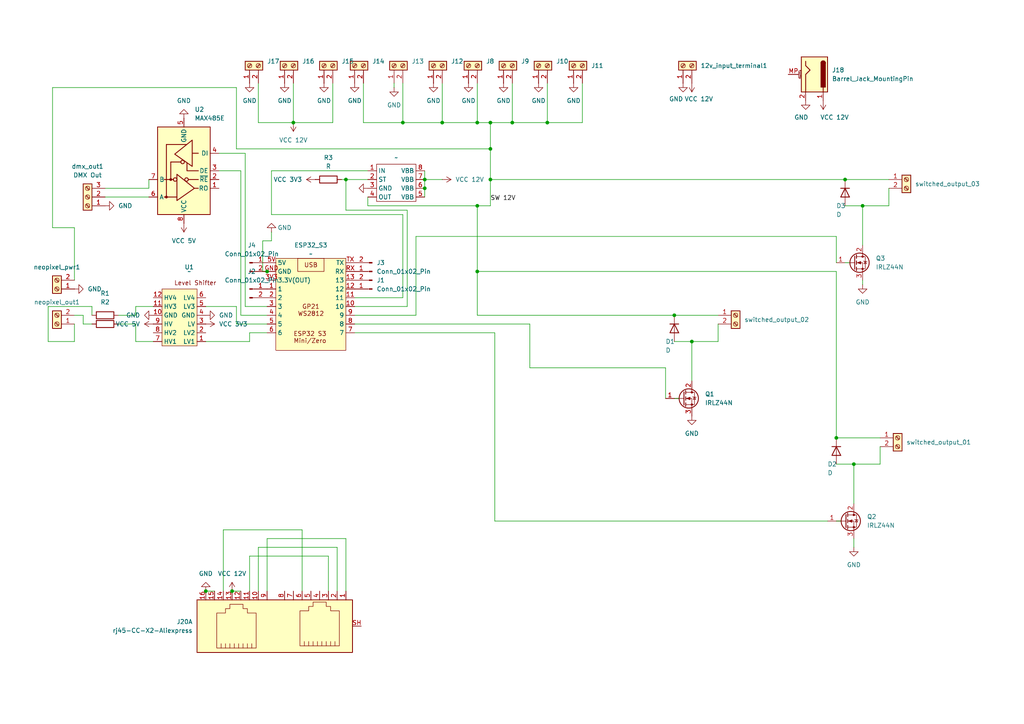
<source format=kicad_sch>
(kicad_sch (version 20250114) (generator "eeschema") (generator_version "9.0")
  (paper "A4")
  (lib_symbols
    (symbol "Connector:Barrel_Jack_MountingPin" (pin_names (hide yes))
      (property "Reference" "J" (at 0 5.334 0))
      (property "Value" "Barrel_Jack_MountingPin" (at 1.27 -6.35 0))
      (symbol "Barrel_Jack_MountingPin_0_1"
        (rectangle (start -5.08 3.81) (end 5.08 -3.81) (stroke (width 0.254)) (fill (type background)))
        (polyline (pts (xy -3.81 -2.54) (xy -2.54 -2.54) (xy -1.27 -1.27) (xy 0 -2.54) (xy 2.54 -2.54) (xy 5.08 -2.54)) (stroke (width 0.254)))
        (arc (start -3.302 1.905) (mid -3.9343 2.54) (end -3.302 3.175) (stroke (width 0.254)))
        (arc (start -3.302 1.905) (mid -3.9343 2.54) (end -3.302 3.175) (stroke (width 0.254)) (fill (type outline)))
        (rectangle (start 3.683 3.175) (end -3.302 1.905) (stroke (width 0.254)) (fill (type outline)))
        (polyline (pts (xy 5.08 2.54) (xy 3.81 2.54)) (stroke (width 0.254)))
      )
      (symbol "Barrel_Jack_MountingPin_1_1"
        (polyline (pts (xy -1.016 -4.572) (xy 1.016 -4.572)) (stroke (width 0.1524)))
        (text "Mounting" (at 0 -4.191 0) (effects (font (size 0.381 0.381))))
        (pin passive line (at 0 -7.62 90) (length 3.048) (name "MountPin") (number "MP"))
        (pin passive line (at 7.62 2.54 180) (length 2.54) (name "~") (number "1"))
        (pin passive line (at 7.62 -2.54 180) (length 2.54) (name "~") (number "2"))
      )
    )
    (symbol "Connector:Conn_01x02_Pin" (pin_names (offset 1.016) (hide yes))
      (property "Reference" "J" (at 0 2.54 0))
      (property "Value" "Conn_01x02_Pin" (at 0 -5.08 0))
      (symbol "Conn_01x02_Pin_1_1"
        (rectangle (start 0.8636 0.127) (end 0 -0.127) (stroke (width 0.1524)) (fill (type outline)))
        (rectangle (start 0.8636 -2.413) (end 0 -2.667) (stroke (width 0.1524)) (fill (type outline)))
        (polyline (pts (xy 1.27 0) (xy 0.8636 0)) (stroke (width 0.1524)))
        (polyline (pts (xy 1.27 -2.54) (xy 0.8636 -2.54)) (stroke (width 0.1524)))
        (pin passive line (at 5.08 0 180) (length 3.81) (name "Pin_1") (number "1"))
        (pin passive line (at 5.08 -2.54 180) (length 3.81) (name "Pin_2") (number "2"))
      )
    )
    (symbol "Connector:Screw_Terminal_01x02" (pin_names (offset 1.016) (hide yes))
      (property "Reference" "J" (at 0 2.54 0))
      (property "Value" "Screw_Terminal_01x02" (at 0 -5.08 0))
      (symbol "Screw_Terminal_01x02_1_1"
        (rectangle (start -1.27 1.27) (end 1.27 -3.81) (stroke (width 0.254)) (fill (type background)))
        (polyline (pts (xy -0.5334 0.3302) (xy 0.3302 -0.508)) (stroke (width 0.1524)))
        (polyline (pts (xy -0.5334 -2.2098) (xy 0.3302 -3.048)) (stroke (width 0.1524)))
        (polyline (pts (xy -0.3556 0.508) (xy 0.508 -0.3302)) (stroke (width 0.1524)))
        (polyline (pts (xy -0.3556 -2.032) (xy 0.508 -2.8702)) (stroke (width 0.1524)))
        (circle (center 0 0) (radius 0.635) (stroke (width 0.1524)))
        (circle (center 0 -2.54) (radius 0.635) (stroke (width 0.1524)))
        (pin passive line (at -5.08 0 0) (length 3.81) (name "Pin_1") (number "1"))
        (pin passive line (at -5.08 -2.54 0) (length 3.81) (name "Pin_2") (number "2"))
      )
    )
    (symbol "Connector:Screw_Terminal_01x03" (pin_names (offset 1.016) (hide yes))
      (property "Reference" "J" (at 0 5.08 0))
      (property "Value" "Screw_Terminal_01x03" (at 0 -5.08 0))
      (symbol "Screw_Terminal_01x03_1_1"
        (rectangle (start -1.27 3.81) (end 1.27 -3.81) (stroke (width 0.254)) (fill (type background)))
        (polyline (pts (xy -0.5334 2.8702) (xy 0.3302 2.032)) (stroke (width 0.1524)))
        (polyline (pts (xy -0.5334 0.3302) (xy 0.3302 -0.508)) (stroke (width 0.1524)))
        (polyline (pts (xy -0.5334 -2.2098) (xy 0.3302 -3.048)) (stroke (width 0.1524)))
        (polyline (pts (xy -0.3556 3.048) (xy 0.508 2.2098)) (stroke (width 0.1524)))
        (polyline (pts (xy -0.3556 0.508) (xy 0.508 -0.3302)) (stroke (width 0.1524)))
        (polyline (pts (xy -0.3556 -2.032) (xy 0.508 -2.8702)) (stroke (width 0.1524)))
        (circle (center 0 2.54) (radius 0.635) (stroke (width 0.1524)))
        (circle (center 0 0) (radius 0.635) (stroke (width 0.1524)))
        (circle (center 0 -2.54) (radius 0.635) (stroke (width 0.1524)))
        (pin passive line (at -5.08 2.54 0) (length 3.81) (name "Pin_1") (number "1"))
        (pin passive line (at -5.08 0 0) (length 3.81) (name "Pin_2") (number "2"))
        (pin passive line (at -5.08 -2.54 0) (length 3.81) (name "Pin_3") (number "3"))
      )
    )
    (symbol "Device:D" (pin_numbers (hide yes)) (pin_names (offset 1.016) (hide yes))
      (property "Reference" "D" (at 0 2.54 0))
      (property "Value" "D" (at 0 -2.54 0))
      (symbol "D_0_1"
        (polyline (pts (xy -1.27 1.27) (xy -1.27 -1.27)) (stroke (width 0.254)))
        (polyline (pts (xy 1.27 1.27) (xy 1.27 -1.27) (xy -1.27 0) (xy 1.27 1.27)) (stroke (width 0.254)))
        (polyline (pts (xy 1.27 0) (xy -1.27 0)))
      )
      (symbol "D_1_1"
        (pin passive line (at -3.81 0 0) (length 2.54) (name "K") (number "1"))
        (pin passive line (at 3.81 0 180) (length 2.54) (name "A") (number "2"))
      )
    )
    (symbol "Device:R" (pin_numbers (hide yes)) (pin_names (offset 0))
      (property "Reference" "R" (at 2.032 0 90))
      (property "Value" "R" (at 0 0 90))
      (symbol "R_0_1"
        (rectangle (start -1.016 -2.54) (end 1.016 2.54) (stroke (width 0.254)))
      )
      (symbol "R_1_1"
        (pin passive line (at 0 3.81 270) (length 1.27) (name "~") (number "1"))
        (pin passive line (at 0 -3.81 90) (length 1.27) (name "~") (number "2"))
      )
    )
    (symbol "Interface_UART:MAX485E"
      (property "Reference" "U" (at -6.985 13.97 0))
      (property "Value" "MAX485E" (at 1.905 13.97 0))
      (symbol "MAX485E_0_1"
        (rectangle (start -7.62 12.7) (end 7.62 -12.7) (stroke (width 0.254)) (fill (type background)))
        (polyline (pts (xy -4.191 2.54) (xy -1.27 2.54)) (stroke (width 0.254)))
        (polyline (pts (xy -4.191 0) (xy -0.889 0) (xy -0.889 -2.286)) (stroke (width 0.254)))
        (polyline (pts (xy -3.175 5.08) (xy -4.191 5.08) (xy -4.064 5.08)) (stroke (width 0.254)))
        (polyline (pts (xy -2.54 -5.08) (xy -4.191 -5.08)) (stroke (width 0.254)))
        (polyline (pts (xy -2.413 -5.08) (xy -2.413 -1.27) (xy 2.667 -4.826) (xy -2.413 -8.89) (xy -2.413 -5.08)) (stroke (width 0.254)))
        (polyline (pts (xy -0.635 -7.62) (xy 5.08 -7.62)) (stroke (width 0.254)))
        (circle (center 0.381 -2.54) (radius 0.508) (stroke (width 0.254)))
        (polyline (pts (xy 0.889 -2.54) (xy 3.81 -2.54)) (stroke (width 0.254)))
        (polyline (pts (xy 2.032 7.62) (xy 5.715 7.62)) (stroke (width 0.254)))
        (polyline (pts (xy 3.048 2.54) (xy 5.715 2.54)) (stroke (width 0.254)))
        (circle (center 3.81 2.54) (radius 0.2794) (stroke (width 0.254)) (fill (type outline)))
        (polyline (pts (xy 3.81 -2.54) (xy 3.81 2.54)) (stroke (width 0.254)))
        (polyline (pts (xy 5.08 -7.62) (xy 5.08 7.62)) (stroke (width 0.254)))
      )
      (symbol "MAX485E_1_1"
        (circle (center -0.762 2.54) (radius 0.508) (stroke (width 0.254)))
        (polyline (pts (xy 2.032 4.826) (xy 2.032 8.636) (xy -3.048 5.08) (xy 2.032 1.016) (xy 2.032 4.826)) (stroke (width 0.254)))
        (circle (center 2.54 2.54) (radius 0.508) (stroke (width 0.254)))
        (circle (center 5.08 7.62) (radius 0.2794) (stroke (width 0.254)) (fill (type outline)))
        (pin output line (at -10.16 5.08 0) (length 2.54) (name "RO") (number "1"))
        (pin input line (at -10.16 2.54 0) (length 2.54) (name "~{RE}") (number "2"))
        (pin input line (at -10.16 0 0) (length 2.54) (name "DE") (number "3"))
        (pin input line (at -10.16 -5.08 0) (length 2.54) (name "DI") (number "4"))
        (pin power_in line (at 0 15.24 270) (length 2.54) (name "VCC") (number "8"))
        (pin power_in line (at 0 -15.24 90) (length 2.54) (name "GND") (number "5"))
        (pin bidirectional line (at 10.16 7.62 180) (length 2.54) (name "A") (number "6"))
        (pin bidirectional line (at 10.16 2.54 180) (length 2.54) (name "B") (number "7"))
      )
    )
    (symbol "Transistor_FET:IRLZ44N" (pin_names (hide yes))
      (property "Reference" "Q" (at 5.08 1.905 0))
      (property "Value" "IRLZ44N" (at 5.08 0 0))
      (symbol "IRLZ44N_0_1"
        (polyline (pts (xy 0.254 1.905) (xy 0.254 -1.905)) (stroke (width 0.254)))
        (polyline (pts (xy 0.254 0) (xy -2.54 0)))
        (polyline (pts (xy 0.762 2.286) (xy 0.762 1.27)) (stroke (width 0.254)))
        (polyline (pts (xy 0.762 0.508) (xy 0.762 -0.508)) (stroke (width 0.254)))
        (polyline (pts (xy 0.762 -1.27) (xy 0.762 -2.286)) (stroke (width 0.254)))
        (polyline (pts (xy 0.762 -1.778) (xy 3.302 -1.778) (xy 3.302 1.778) (xy 0.762 1.778)))
        (polyline (pts (xy 1.016 0) (xy 2.032 0.381) (xy 2.032 -0.381) (xy 1.016 0)) (fill (type outline)))
        (circle (center 1.651 0) (radius 2.794) (stroke (width 0.254)))
        (polyline (pts (xy 2.54 2.54) (xy 2.54 1.778)))
        (circle (center 2.54 1.778) (radius 0.254) (fill (type outline)))
        (circle (center 2.54 -1.778) (radius 0.254) (fill (type outline)))
        (polyline (pts (xy 2.54 -2.54) (xy 2.54 0) (xy 0.762 0)))
        (polyline (pts (xy 2.794 0.508) (xy 2.921 0.381) (xy 3.683 0.381) (xy 3.81 0.254)))
        (polyline (pts (xy 3.302 0.381) (xy 2.921 -0.254) (xy 3.683 -0.254) (xy 3.302 0.381)))
      )
      (symbol "IRLZ44N_1_1"
        (pin input line (at -5.08 0 0) (length 2.54) (name "G") (number "1"))
        (pin passive line (at 2.54 5.08 270) (length 2.54) (name "D") (number "2"))
        (pin passive line (at 2.54 -5.08 90) (length 2.54) (name "S") (number "3"))
      )
    )
    (symbol "eigene:BV1HD090FJ-C"
      (symbol "BV1HD090FJ-C_0_1"
        (rectangle (start -7.62 3.175) (end 3.81 -7.62))
      )
      (symbol "BV1HD090FJ-C_1_1"
        (pin input line (at -10.16 1.27 0) (length 2.54) (name "IN") (number "1"))
        (pin output line (at -10.16 -1.27 0) (length 2.54) (name "ST") (number "2"))
        (pin input line (at -10.16 -3.81 0) (length 2.54) (name "GND") (number "3"))
        (pin power_out line (at -10.16 -6.35 0) (length 2.54) (name "OUT") (number "4"))
        (pin power_in line (at 6.35 1.27 180) (length 2.54) (name "VBB") (number "8"))
        (pin power_in line (at 6.35 -1.27 180) (length 2.54) (name "VBB") (number "7"))
        (pin power_in line (at 6.35 -3.81 180) (length 2.54) (name "VBB") (number "6"))
        (pin power_in line (at 6.35 -6.35 180) (length 2.54) (name "VBB") (number "5"))
      )
    )
    (symbol "eigene:Waveshare_ESP32_S3_Mini_Zero"
      (property "Reference" "ESP32_S3" (at 0 26.67 0))
      (property "Value" "~" (at 0 24.13 0))
      (symbol "Waveshare_ESP32_S3_Mini_Zero_1_1"
        (rectangle (start -10.16 22.86) (end 10.16 -3.81) (fill (type background)))
        (text "ESP32 S3\nMini/Zero" (at -0.254 0 0) (effects (font (size 1.27 1.27))))
        (text "GP21\nWS2812" (at 0 7.874 0) (effects (font (size 1.27 1.27))))
        (text_box "USB" (at -3.81 22.86 0) (size 7.62 -3.81) (margins 1.016 1.016 1.016 1.016) (effects (font (size 1.27 1.27))))
        (pin power_out line (at -12.7 21.59 0) (length 2.54) (name "5V") (number "5V"))
        (pin power_in line (at -12.7 19.05 0) (length 2.54) (name "GND") (number "GND"))
        (pin power_out line (at -12.7 16.51 0) (length 2.54) (name "3.3V(OUT)") (number "3V3"))
        (pin bidirectional line (at -12.7 13.97 0) (length 2.54) (name "1") (number "1"))
        (pin bidirectional line (at -12.7 11.43 0) (length 2.54) (name "2") (number "2"))
        (pin bidirectional line (at -12.7 8.89 0) (length 2.54) (name "3") (number "3"))
        (pin bidirectional line (at -12.7 6.35 0) (length 2.54) (name "4") (number "4"))
        (pin bidirectional line (at -12.7 3.81 0) (length 2.54) (name "5") (number "5"))
        (pin bidirectional line (at -12.7 1.27 0) (length 2.54) (name "6") (number "6"))
        (pin output line (at 12.7 21.59 180) (length 2.54) (name "TX") (number "TX"))
        (pin input line (at 12.7 19.05 180) (length 2.54) (name "RX") (number "RX"))
        (pin bidirectional line (at 12.7 16.51 180) (length 2.54) (name "13") (number "13"))
        (pin bidirectional line (at 12.7 13.97 180) (length 2.54) (name "12") (number "12"))
        (pin bidirectional line (at 12.7 11.43 180) (length 2.54) (name "11") (number "11"))
        (pin bidirectional line (at 12.7 8.89 180) (length 2.54) (name "10") (number "10"))
        (pin bidirectional line (at 12.7 6.35 180) (length 2.54) (name "9") (number "9"))
        (pin bidirectional line (at 12.7 3.81 180) (length 2.54) (name "8") (number "8"))
        (pin bidirectional line (at 12.7 1.27 180) (length 2.54) (name "7") (number "7"))
      )
    )
    (symbol "eigene:levelshifter_2channel"
      (property "Reference" "U" (at 0 0 0))
      (symbol "levelshifter_2channel_1_1"
        (rectangle (start -6.35 6.35) (end 3.81 -10.16) (fill (type background)))
        (text "Level Shifter" (at 3.302 8.128 0) (effects (font (size 1.27 1.27))))
        (pin bidirectional line (at -8.89 3.81 0) (length 2.54) (name "HV4") (number "12"))
        (pin bidirectional line (at -8.89 1.27 0) (length 2.54) (name "HV3") (number "11"))
        (pin power_in line (at -8.89 -1.27 0) (length 2.54) (name "GND") (number "10"))
        (pin power_in line (at -8.89 -3.81 0) (length 2.54) (name "HV") (number "9"))
        (pin bidirectional line (at -8.89 -6.35 0) (length 2.54) (name "HV2") (number "8"))
        (pin bidirectional line (at -8.89 -8.89 0) (length 2.54) (name "HV1") (number "7"))
        (pin bidirectional line (at 6.35 3.81 180) (length 2.54) (name "LV4") (number "6"))
        (pin bidirectional line (at 6.35 1.27 180) (length 2.54) (name "LV3") (number "5"))
        (pin power_in line (at 6.35 -1.27 180) (length 2.54) (name "GND") (number "4"))
        (pin power_in line (at 6.35 -3.81 180) (length 2.54) (name "LV") (number "3"))
        (pin bidirectional line (at 6.35 -6.35 180) (length 2.54) (name "LV2") (number "2"))
        (pin bidirectional line (at 6.35 -8.89 180) (length 2.54) (name "LV1") (number "1"))
      )
    )
    (symbol "eigene:rj45-CC-X2-Aliexpress"
      (property "Reference" "J" (at -5.08 13.97 0))
      (property "Value" "rj45-CC-X2-Aliexpress" (at 1.27 13.97 0))
      (symbol "rj45-CC-X2-Aliexpress_0_1"
        (rectangle (start -7.62 12.7) (end 7.62 -32.385) (stroke (width 0.254)) (fill (type background)))
        (polyline (pts (xy -6.35 1.905) (xy -5.08 1.905) (xy -5.08 1.905)))
        (polyline (pts (xy -6.35 0.635) (xy -5.08 0.635) (xy -5.08 0.635)))
        (polyline (pts (xy -6.35 -0.635) (xy -5.08 -0.635) (xy -5.08 -0.635)))
        (polyline (pts (xy -6.35 -1.905) (xy -5.08 -1.905) (xy -5.08 -1.905)))
        (polyline (pts (xy -6.35 -3.175) (xy -5.08 -3.175) (xy -5.08 -3.175)))
        (polyline (pts (xy -6.35 -4.445) (xy -6.35 6.985) (xy 3.81 6.985) (xy 3.81 4.445) (xy 5.08 4.445) (xy 5.08 3.175) (xy 6.35 3.175) (xy 6.35 -0.635) (xy 5.08 -0.635) (xy 5.08 -1.905) (xy 3.81 -1.905) (xy 3.81 -4.445) (xy -6.35 -4.445) (xy -6.35 -4.445)))
        (polyline (pts (xy -5.715 -22.225) (xy -4.445 -22.225) (xy -4.445 -22.225)))
        (polyline (pts (xy -5.715 -23.495) (xy -4.445 -23.495) (xy -4.445 -23.495)))
        (polyline (pts (xy -5.715 -24.765) (xy -4.445 -24.765) (xy -4.445 -24.765)))
        (polyline (pts (xy -5.715 -26.035) (xy -4.445 -26.035) (xy -4.445 -26.035)))
        (polyline (pts (xy -5.715 -27.305) (xy -4.445 -27.305) (xy -4.445 -27.305)))
        (polyline (pts (xy -5.715 -28.575) (xy -5.715 -17.145) (xy 4.445 -17.145) (xy 4.445 -19.685) (xy 5.715 -19.685) (xy 5.715 -20.955) (xy 6.985 -20.955) (xy 6.985 -24.765) (xy 5.715 -24.765) (xy 5.715 -26.035) (xy 4.445 -26.035) (xy 4.445 -28.575) (xy -5.715 -28.575) (xy -5.715 -28.575)))
        (polyline (pts (xy -5.08 5.715) (xy -6.35 5.715)))
        (polyline (pts (xy -5.08 4.445) (xy -6.35 4.445)))
        (polyline (pts (xy -5.08 3.175) (xy -6.35 3.175) (xy -6.35 3.175)))
        (polyline (pts (xy -4.445 -18.415) (xy -5.715 -18.415)))
        (polyline (pts (xy -4.445 -19.685) (xy -5.715 -19.685)))
        (polyline (pts (xy -4.445 -20.955) (xy -5.715 -20.955) (xy -5.715 -20.955)))
      )
      (symbol "rj45-CC-X2-Aliexpress_1_1"
        (pin passive line (at 0 -34.925 90) (length 2.54) (name "~") (number "SH"))
        (pin passive line (at 10.16 10.16 180) (length 2.54) (name "~") (number "16"))
        (pin passive line (at 10.16 7.62 180) (length 2.54) (name "~") (number "15"))
        (pin passive line (at 10.16 5.08 180) (length 2.54) (name "~") (number "14"))
        (pin passive line (at 10.16 2.54 180) (length 2.54) (name "~") (number "13"))
        (pin passive line (at 10.16 0 180) (length 2.54) (name "~") (number "12"))
        (pin passive line (at 10.16 -2.54 180) (length 2.54) (name "~") (number "11"))
        (pin passive line (at 10.16 -5.08 180) (length 2.54) (name "~") (number "10"))
        (pin passive line (at 10.16 -7.62 180) (length 2.54) (name "~") (number "9"))
        (pin passive line (at 10.16 -12.7 180) (length 2.54) (name "~") (number "8"))
        (pin passive line (at 10.16 -15.24 180) (length 2.54) (name "~") (number "7"))
        (pin passive line (at 10.16 -17.78 180) (length 2.54) (name "~") (number "6"))
        (pin passive line (at 10.16 -20.32 180) (length 2.54) (name "~") (number "5"))
        (pin passive line (at 10.16 -22.86 180) (length 2.54) (name "~") (number "4"))
        (pin passive line (at 10.16 -25.4 180) (length 2.54) (name "~") (number "3"))
        (pin passive line (at 10.16 -27.94 180) (length 2.54) (name "~") (number "2"))
        (pin passive line (at 10.16 -30.48 180) (length 2.54) (name "~") (number "1"))
      )
      (symbol "rj45-CC-X2-Aliexpress_2_1"
        (pin passive line (at 0 -34.925 90) (length 2.54) (name "~") (number "SH"))
        (pin passive line (at 10.16 10.16 180) (length 2.54) (name "~") (number "20"))
        (pin passive line (at 10.16 7.62 180) (length 2.54) (name "~") (number "19"))
        (pin passive line (at 10.16 5.08 180) (length 2.54) (name "~") (number "18"))
        (pin passive line (at 10.16 2.54 180) (length 2.54) (name "~") (number "17"))
        (pin passive line (at 10.16 0 180) (length 2.54) (name "~") (number "16"))
        (pin passive line (at 10.16 -2.54 180) (length 2.54) (name "~") (number "15"))
        (pin passive line (at 10.16 -5.08 180) (length 2.54) (name "~") (number "14"))
        (pin passive line (at 10.16 -7.62 180) (length 2.54) (name "~") (number "13"))
      )
    )
    (symbol "power:GND" (power) (pin_numbers (hide yes)) (pin_names (offset 0) (hide yes))
      (property "Value" "GND" (at 0 -3.81 0))
      (symbol "GND_0_1"
        (polyline (pts (xy 0 0) (xy 0 -1.27) (xy 1.27 -1.27) (xy 0 -2.54) (xy -1.27 -1.27) (xy 0 -1.27)))
      )
      (symbol "GND_1_1"
        (pin power_in line (at 0 0 270) (length 0) (name "~") (number "1"))
      )
    )
    (symbol "power:VCC" (power) (pin_numbers (hide yes)) (pin_names (offset 0) (hide yes))
      (property "Value" "VCC" (at 0 3.556 0))
      (symbol "VCC_0_1"
        (polyline (pts (xy -0.762 1.27) (xy 0 2.54)))
        (polyline (pts (xy 0 2.54) (xy 0.762 1.27)))
        (polyline (pts (xy 0 0) (xy 0 2.54)))
      )
      (symbol "VCC_1_1"
        (pin power_in line (at 0 0 90) (length 0) (name "~") (number "1"))
      )
    )
  )
  (junction (at 142.24 52.07))
  (junction (at 195.58 91.44))
  (junction (at 59.69 171.45))
  (junction (at 250.19 59.69))
  (junction (at 67.31 171.45))
  (junction (at 123.19 52.07))
  (junction (at 138.43 35.56))
  (junction (at 138.43 78.74))
  (junction (at 116.84 35.56))
  (junction (at 85.09 35.56))
  (junction (at 142.24 35.56))
  (junction (at 100.33 52.07))
  (junction (at 148.59 35.56))
  (junction (at 128.27 35.56))
  (junction (at 142.24 43.18))
  (junction (at 242.57 127))
  (junction (at 247.65 134.62))
  (junction (at 77.47 78.74))
  (junction (at 245.11 52.07))
  (junction (at 138.43 59.69))
  (junction (at 158.75 35.56))
  (junction (at 200.66 99.06))
  (junction (at 123.19 54.61))
  (wire (pts (xy 85.09 24.13) (xy 85.09 35.56)))
  (wire (pts (xy 24.13 93.98) (xy 26.67 93.98)))
  (wire (pts (xy 245.11 52.07) (xy 257.81 52.07)))
  (wire (pts (xy 100.33 156.21) (xy 77.47 156.21)))
  (wire (pts (xy 142.24 52.07) (xy 142.24 43.18)))
  (wire (pts (xy 120.65 68.58) (xy 120.65 91.44)))
  (wire (pts (xy 64.77 153.67) (xy 64.77 171.45)))
  (wire (pts (xy 142.24 35.56) (xy 148.59 35.56)))
  (wire (pts (xy 116.84 35.56) (xy 128.27 35.56)))
  (wire (pts (xy 15.24 25.4) (xy 68.58 25.4)))
  (wire (pts (xy 59.69 99.06) (xy 72.39 99.06)))
  (wire (pts (xy 26.67 88.9) (xy 26.67 91.44)))
  (wire (pts (xy 72.39 161.29) (xy 72.39 171.45)))
  (wire (pts (xy 138.43 59.69) (xy 142.24 59.69)))
  (wire (pts (xy 67.31 171.45) (xy 69.85 171.45)))
  (wire (pts (xy 97.79 158.75) (xy 74.93 158.75)))
  (wire (pts (xy 77.47 88.9) (xy 71.12 88.9)))
  (wire (pts (xy 87.63 153.67) (xy 64.77 153.67)))
  (wire (pts (xy 21.59 91.44) (xy 24.13 91.44)))
  (wire (pts (xy 74.93 158.75) (xy 74.93 171.45)))
  (wire (pts (xy 138.43 78.74) (xy 242.57 78.74)))
  (wire (pts (xy 242.57 127) (xy 255.27 127)))
  (wire (pts (xy 102.87 88.9) (xy 118.11 88.9)))
  (wire (pts (xy 105.41 35.56) (xy 116.84 35.56)))
  (wire (pts (xy 43.18 54.61) (xy 43.18 52.07)))
  (wire (pts (xy 78.74 62.23) (xy 116.84 62.23)))
  (wire (pts (xy 30.48 57.15) (xy 43.18 57.15)))
  (wire (pts (xy 78.74 62.23) (xy 78.74 49.53)))
  (wire (pts (xy 85.09 35.56) (xy 96.52 35.56)))
  (wire (pts (xy 106.68 59.69) (xy 138.43 59.69)))
  (wire (pts (xy 69.85 91.44) (xy 69.85 49.53)))
  (wire (pts (xy 95.25 171.45) (xy 95.25 161.29)))
  (wire (pts (xy 138.43 24.13) (xy 138.43 35.56)))
  (wire (pts (xy 208.28 93.98) (xy 208.28 99.06)))
  (wire (pts (xy 13.97 99.06) (xy 13.97 88.9)))
  (wire (pts (xy 74.93 24.13) (xy 74.93 35.56)))
  (wire (pts (xy 68.58 93.98) (xy 68.58 88.9)))
  (wire (pts (xy 168.91 35.56) (xy 158.75 35.56)))
  (wire (pts (xy 97.79 171.45) (xy 97.79 158.75)))
  (wire (pts (xy 123.19 52.07) (xy 123.19 49.53)))
  (wire (pts (xy 71.12 88.9) (xy 71.12 44.45)))
  (wire (pts (xy 195.58 91.44) (xy 208.28 91.44)))
  (wire (pts (xy 242.57 68.58) (xy 242.57 76.2)))
  (wire (pts (xy 68.58 25.4) (xy 68.58 43.18)))
  (wire (pts (xy 138.43 35.56) (xy 142.24 35.56)))
  (wire (pts (xy 68.58 88.9) (xy 59.69 88.9)))
  (wire (pts (xy 21.59 99.06) (xy 13.97 99.06)))
  (wire (pts (xy 44.45 99.06) (xy 39.37 99.06)))
  (wire (pts (xy 247.65 134.62) (xy 242.57 134.62)))
  (wire (pts (xy 77.47 91.44) (xy 69.85 91.44)))
  (wire (pts (xy 158.75 35.56) (xy 148.59 35.56)))
  (wire (pts (xy 158.75 24.13) (xy 158.75 35.56)))
  (wire (pts (xy 128.27 52.07) (xy 123.19 52.07)))
  (wire (pts (xy 142.24 52.07) (xy 245.11 52.07)))
  (wire (pts (xy 250.19 59.69) (xy 245.11 59.69)))
  (wire (pts (xy 247.65 134.62) (xy 247.65 146.05)))
  (wire (pts (xy 100.33 52.07) (xy 100.33 60.96)))
  (wire (pts (xy 143.51 151.13) (xy 143.51 96.52)))
  (wire (pts (xy 21.59 66.04) (xy 15.24 66.04)))
  (wire (pts (xy 39.37 88.9) (xy 39.37 91.44)))
  (wire (pts (xy 138.43 35.56) (xy 128.27 35.56)))
  (wire (pts (xy 39.37 93.98) (xy 34.29 93.98)))
  (wire (pts (xy 200.66 99.06) (xy 200.66 110.49)))
  (wire (pts (xy 68.58 43.18) (xy 142.24 43.18)))
  (wire (pts (xy 118.11 88.9) (xy 118.11 60.96)))
  (wire (pts (xy 116.84 24.13) (xy 116.84 35.56)))
  (wire (pts (xy 250.19 59.69) (xy 250.19 71.12)))
  (wire (pts (xy 102.87 93.98) (xy 153.67 93.98)))
  (wire (pts (xy 76.2 69.85) (xy 78.74 69.85)))
  (wire (pts (xy 142.24 59.69) (xy 142.24 52.07)))
  (wire (pts (xy 59.69 171.45) (xy 62.23 171.45)))
  (wire (pts (xy 118.11 60.96) (xy 100.33 60.96)))
  (wire (pts (xy 243.84 151.13) (xy 242.57 151.13)))
  (wire (pts (xy 102.87 86.36) (xy 116.84 86.36)))
  (wire (pts (xy 114.3 24.13) (xy 114.3 25.4)))
  (wire (pts (xy 100.33 52.07) (xy 106.68 52.07)))
  (wire (pts (xy 15.24 66.04) (xy 15.24 25.4)))
  (wire (pts (xy 78.74 49.53) (xy 106.68 49.53)))
  (wire (pts (xy 168.91 24.13) (xy 168.91 35.56)))
  (wire (pts (xy 13.97 88.9) (xy 26.67 88.9)))
  (wire (pts (xy 196.85 115.57) (xy 195.58 115.57)))
  (wire (pts (xy 257.81 54.61) (xy 257.81 59.69)))
  (wire (pts (xy 193.04 106.68) (xy 193.04 115.57)))
  (wire (pts (xy 21.59 93.98) (xy 21.59 99.06)))
  (wire (pts (xy 250.19 81.28) (xy 250.19 82.55)))
  (wire (pts (xy 123.19 52.07) (xy 123.19 54.61)))
  (wire (pts (xy 120.65 91.44) (xy 102.87 91.44)))
  (wire (pts (xy 105.41 24.13) (xy 105.41 35.56)))
  (wire (pts (xy 143.51 151.13) (xy 240.03 151.13)))
  (wire (pts (xy 96.52 24.13) (xy 96.52 35.56)))
  (wire (pts (xy 138.43 91.44) (xy 138.43 78.74)))
  (wire (pts (xy 148.59 24.13) (xy 148.59 35.56)))
  (wire (pts (xy 255.27 129.54) (xy 255.27 134.62)))
  (wire (pts (xy 95.25 161.29) (xy 72.39 161.29)))
  (wire (pts (xy 24.13 91.44) (xy 24.13 93.98)))
  (wire (pts (xy 257.81 59.69) (xy 250.19 59.69)))
  (wire (pts (xy 63.5 49.53) (xy 69.85 49.53)))
  (wire (pts (xy 72.39 99.06) (xy 72.39 96.52)))
  (wire (pts (xy 71.12 44.45) (xy 63.5 44.45)))
  (wire (pts (xy 77.47 156.21) (xy 77.47 171.45)))
  (wire (pts (xy 72.39 96.52) (xy 77.47 96.52)))
  (wire (pts (xy 39.37 91.44) (xy 34.29 91.44)))
  (wire (pts (xy 247.65 158.75) (xy 247.65 156.21)))
  (wire (pts (xy 99.06 52.07) (xy 100.33 52.07)))
  (wire (pts (xy 242.57 127) (xy 242.57 78.74)))
  (wire (pts (xy 128.27 24.13) (xy 128.27 35.56)))
  (wire (pts (xy 153.67 106.68) (xy 193.04 106.68)))
  (wire (pts (xy 246.38 76.2) (xy 245.11 76.2)))
  (wire (pts (xy 76.2 78.74) (xy 76.2 69.85)))
  (wire (pts (xy 21.59 81.28) (xy 21.59 66.04)))
  (wire (pts (xy 44.45 88.9) (xy 39.37 88.9)))
  (wire (pts (xy 153.67 106.68) (xy 153.67 93.98)))
  (wire (pts (xy 30.48 54.61) (xy 43.18 54.61)))
  (wire (pts (xy 100.33 171.45) (xy 100.33 156.21)))
  (wire (pts (xy 255.27 134.62) (xy 247.65 134.62)))
  (wire (pts (xy 87.63 171.45) (xy 87.63 153.67)))
  (wire (pts (xy 77.47 78.74) (xy 76.2 78.74)))
  (wire (pts (xy 78.74 67.31) (xy 78.74 69.85)))
  (wire (pts (xy 116.84 86.36) (xy 116.84 62.23)))
  (wire (pts (xy 68.58 93.98) (xy 77.47 93.98)))
  (wire (pts (xy 39.37 99.06) (xy 39.37 93.98)))
  (wire (pts (xy 195.58 91.44) (xy 138.43 91.44)))
  (wire (pts (xy 102.87 96.52) (xy 143.51 96.52)))
  (wire (pts (xy 123.19 54.61) (xy 123.19 57.15)))
  (wire (pts (xy 208.28 99.06) (xy 200.66 99.06)))
  (wire (pts (xy 138.43 78.74) (xy 138.43 59.69)))
  (wire (pts (xy 106.68 57.15) (xy 106.68 59.69)))
  (wire (pts (xy 74.93 35.56) (xy 85.09 35.56)))
  (wire (pts (xy 200.66 99.06) (xy 195.58 99.06)))
  (wire (pts (xy 142.24 43.18) (xy 142.24 35.56)))
  (wire (pts (xy 120.65 68.58) (xy 242.57 68.58)))
  (label "SW 12V" (at 142.24 58.42 0))
  (symbol (lib_id "power:VCC") (at 85.09 35.56 180) (unit 1)
    (property "Reference" "#PWR02" (effects (hide yes)))
    (property "Value" "VCC 12V" (at 85.09 40.64 0))
    (property "Description" "Power symbol creates a global label with name \"VCC\"" (effects (hide yes)))
  )
  (symbol (lib_id "power:GND") (at 146.05 24.13 0) (unit 1)
    (property "Reference" "#PWR016" (effects (hide yes)))
    (property "Value" "GND" (at 146.05 29.21 0))
    (property "Description" "Power symbol creates a global label with name \"GND\" , ground" (effects (hide yes)))
  )
  (symbol (lib_id "eigene:rj45-CC-X2-Aliexpress") (at 69.85 181.61 90) (unit 1)
    (property "Reference" "J20" (at 55.88 180.3399 90) (effects (justify left)))
    (property "Value" "rj45-CC-X2-Aliexpress" (at 55.88 182.8799 90) (effects (justify left)))
    (property "Footprint" "eigene_footprints:RJ45_X2_CC_Aliexpress" (effects (hide yes)))
    (property "Description" "RJ connector, 8P8C (8 positions 8 connected), two LEDs, RJ45, Shielded, two ports" (effects (hide yes)))
  )
  (symbol (lib_id "Device:R") (at 30.48 93.98 90) (unit 1)
    (property "Reference" "R2" (at 30.48 87.63 90))
    (property "Value" "R" (effects (hide yes)))
    (property "Footprint" "Resistor_THT:R_Axial_DIN0207_L6.3mm_D2.5mm_P10.16mm_Horizontal" (effects (hide yes)))
    (property "Description" "Resistor" (effects (hide yes)))
  )
  (symbol (lib_id "power:GND") (at 166.37 24.13 0) (unit 1)
    (property "Reference" "#PWR020" (effects (hide yes)))
    (property "Value" "GND" (at 166.37 29.21 0))
    (property "Description" "Power symbol creates a global label with name \"GND\" , ground" (effects (hide yes)))
  )
  (symbol (lib_id "Connector:Barrel_Jack_MountingPin") (at 236.22 21.59 270) (unit 1)
    (property "Reference" "J18" (at 241.3 20.3199 90) (effects (justify left)))
    (property "Value" "Barrel_Jack_MountingPin" (at 241.3 22.8599 90) (effects (justify left)))
    (property "Footprint" "eigene_footprints:CUI_PJ-050BH" (effects (hide yes)))
    (property "Description" "DC Barrel Jack with a mounting pin" (effects (hide yes)))
  )
  (symbol (lib_id "power:GND") (at 233.68 29.21 0) (unit 1)
    (property "Reference" "#PWR010" (effects (hide yes)))
    (property "Value" "GND" (at 232.41 34.036 0))
    (property "Description" "Power symbol creates a global label with name \"GND\" , ground" (effects (hide yes)))
  )
  (symbol (lib_id "power:GND") (at 156.21 24.13 0) (unit 1)
    (property "Reference" "#PWR018" (effects (hide yes)))
    (property "Value" "GND" (at 156.21 29.21 0))
    (property "Description" "Power symbol creates a global label with name \"GND\" , ground" (effects (hide yes)))
  )
  (symbol (lib_id "power:GND") (at 44.45 91.44 270) (unit 1)
    (property "Reference" "#PWR034" (effects (hide yes)))
    (property "Value" "GND" (at 40.64 91.4399 90) (effects (justify right)))
    (property "Description" "Power symbol creates a global label with name \"GND\" , ground" (effects (hide yes)))
  )
  (symbol (lib_id "power:GND") (at 78.74 67.31 180) (unit 1)
    (property "Reference" "#PWR07" (effects (hide yes)))
    (property "Value" "GND" (at 82.55 66.04 0))
    (property "Description" "Power symbol creates a global label with name \"GND\" , ground" (effects (hide yes)))
  )
  (symbol (lib_id "power:GND") (at 72.39 24.13 0) (unit 1)
    (property "Reference" "#PWR032" (effects (hide yes)))
    (property "Value" "GND" (at 72.39 29.21 0))
    (property "Description" "Power symbol creates a global label with name \"GND\" , ground" (effects (hide yes)))
  )
  (symbol (lib_id "power:VCC") (at 91.44 52.07 90) (unit 1)
    (property "Reference" "#PWR014" (effects (hide yes)))
    (property "Value" "VCC 3V3" (at 87.63 52.0699 90) (effects (justify left)))
    (property "Description" "Power symbol creates a global label with name \"VCC\"" (effects (hide yes)))
  )
  (symbol (lib_id "power:VCC") (at 53.34 64.77 180) (unit 1)
    (property "Reference" "#PWR031" (effects (hide yes)))
    (property "Value" "VCC 5V" (at 53.34 69.85 0))
    (property "Description" "Power symbol creates a global label with name \"VCC\"" (effects (hide yes)))
  )
  (symbol (lib_id "eigene:Waveshare_ESP32_S3_Mini_Zero") (at 90.17 97.79 0) (unit 1)
    (property "Reference" "ESP32_S3" (at 90.17 71.12 0))
    (property "Value" "~" (at 90.17 73.66 0))
    (property "Footprint" "eigene_footprints:ESP32-S3-Zero" (effects (hide yes)))
  )
  (symbol (lib_id "Connector:Screw_Terminal_01x02") (at 156.21 19.05 90) (unit 1)
    (property "Reference" "J10" (at 161.29 17.7799 90) (effects (justify right)))
    (property "Value" "Screw_Terminal_01x02" (effects (hide yes)))
    (property "Footprint" "TerminalBlock:TerminalBlock_MaiXu_MX126-5.0-02P_1x02_P5.00mm" (effects (hide yes)))
    (property "Description" "Generic screw terminal, single row, 01x02, script generated (kicad-library-utils/schlib/autogen/connector/)" (effects (hide yes)))
  )
  (symbol (lib_id "Connector:Screw_Terminal_01x02") (at 16.51 93.98 180) (unit 1)
    (property "Reference" "neopixel_out1" (at 16.51 87.63 0))
    (property "Value" "Screw_Terminal_01x02" (effects (hide yes)))
    (property "Footprint" "TerminalBlock:TerminalBlock_MaiXu_MX126-5.0-02P_1x02_P5.00mm" (effects (hide yes)))
    (property "Description" "Generic screw terminal, single row, 01x02, script generated (kicad-library-utils/schlib/autogen/connector/)" (effects (hide yes)))
  )
  (symbol (lib_id "Connector:Screw_Terminal_01x02") (at 72.39 19.05 90) (unit 1)
    (property "Reference" "J17" (at 77.47 17.7799 90) (effects (justify right)))
    (property "Value" "Screw_Terminal_01x02" (effects (hide yes)))
    (property "Footprint" "TerminalBlock:TerminalBlock_MaiXu_MX126-5.0-02P_1x02_P5.00mm" (effects (hide yes)))
    (property "Description" "Generic screw terminal, single row, 01x02, script generated (kicad-library-utils/schlib/autogen/connector/)" (effects (hide yes)))
  )
  (symbol (lib_id "Connector:Screw_Terminal_01x02") (at 198.12 19.05 90) (unit 1)
    (property "Reference" "12v_input_terminal1" (at 203.2 19.0499 90) (effects (justify right)))
    (property "Value" "Screw_Terminal_01x02" (effects (hide yes)))
    (property "Footprint" "TerminalBlock:TerminalBlock_MaiXu_MX126-5.0-02P_1x02_P5.00mm" (effects (hide yes)))
    (property "Description" "Generic screw terminal, single row, 01x02, script generated (kicad-library-utils/schlib/autogen/connector/)" (effects (hide yes)))
  )
  (symbol (lib_id "power:GND") (at 135.89 24.13 0) (unit 1)
    (property "Reference" "#PWR015" (effects (hide yes)))
    (property "Value" "GND" (at 135.89 29.21 0))
    (property "Description" "Power symbol creates a global label with name \"GND\" , ground" (effects (hide yes)))
  )
  (symbol (lib_id "Connector:Screw_Terminal_01x02") (at 125.73 19.05 90) (unit 1)
    (property "Reference" "J12" (at 130.81 17.7799 90) (effects (justify right)))
    (property "Value" "Screw_Terminal_01x02" (effects (hide yes)))
    (property "Footprint" "TerminalBlock:TerminalBlock_MaiXu_MX126-5.0-02P_1x02_P5.00mm" (effects (hide yes)))
    (property "Description" "Generic screw terminal, single row, 01x02, script generated (kicad-library-utils/schlib/autogen/connector/)" (effects (hide yes)))
  )
  (symbol (lib_id "Connector:Screw_Terminal_01x02") (at 102.87 19.05 90) (unit 1)
    (property "Reference" "J14" (at 107.95 17.7799 90) (effects (justify right)))
    (property "Value" "Screw_Terminal_01x02" (effects (hide yes)))
    (property "Footprint" "TerminalBlock:TerminalBlock_MaiXu_MX126-5.0-02P_1x02_P5.00mm" (effects (hide yes)))
    (property "Description" "Generic screw terminal, single row, 01x02, script generated (kicad-library-utils/schlib/autogen/connector/)" (effects (hide yes)))
  )
  (symbol (lib_id "Device:R") (at 30.48 91.44 90) (unit 1)
    (property "Reference" "R1" (at 30.48 85.09 90))
    (property "Value" "R" (effects (hide yes)))
    (property "Footprint" "Resistor_THT:R_Axial_DIN0207_L6.3mm_D2.5mm_P10.16mm_Horizontal" (effects (hide yes)))
    (property "Description" "Resistor" (effects (hide yes)))
  )
  (symbol (lib_id "power:GND") (at 198.12 24.13 0) (unit 1)
    (property "Reference" "#PWR012" (effects (hide yes)))
    (property "Value" "GND" (at 196.088 28.702 0))
    (property "Description" "Power symbol creates a global label with name \"GND\" , ground" (effects (hide yes)))
  )
  (symbol (lib_id "power:GND") (at 53.34 34.29 180) (unit 1)
    (property "Reference" "#PWR029" (effects (hide yes)))
    (property "Value" "GND" (at 53.34 29.21 0))
    (property "Description" "Power symbol creates a global label with name \"GND\" , ground" (effects (hide yes)))
  )
  (symbol (lib_id "Connector:Screw_Terminal_01x02") (at 135.89 19.05 90) (unit 1)
    (property "Reference" "J8" (at 140.97 17.7799 90) (effects (justify right)))
    (property "Value" "Screw_Terminal_01x02" (effects (hide yes)))
    (property "Footprint" "TerminalBlock:TerminalBlock_MaiXu_MX126-5.0-02P_1x02_P5.00mm" (effects (hide yes)))
    (property "Description" "Generic screw terminal, single row, 01x02, script generated (kicad-library-utils/schlib/autogen/connector/)" (effects (hide yes)))
  )
  (symbol (lib_id "Connector:Conn_01x02_Pin") (at 72.39 76.2 0) (unit 1)
    (property "Reference" "J4" (at 73.025 71.12 0))
    (property "Value" "Conn_01x02_Pin" (at 73.025 73.66 0))
    (property "Footprint" "Connector_PinHeader_1.00mm:PinHeader_1x02_P1.00mm_Vertical" (effects (hide yes)))
    (property "Description" "Generic connector, single row, 01x02, script generated" (effects (hide yes)))
  )
  (symbol (lib_id "Connector:Screw_Terminal_01x02") (at 213.36 91.44 0) (unit 1)
    (property "Reference" "switched_output_02" (at 215.9 92.7099 0) (effects (justify left)))
    (property "Value" "Screw_Terminal_01x02" (effects (hide yes)))
    (property "Footprint" "TerminalBlock:TerminalBlock_MaiXu_MX126-5.0-02P_1x02_P5.00mm" (effects (hide yes)))
    (property "Description" "Generic screw terminal, single row, 01x02, script generated (kicad-library-utils/schlib/autogen/connector/)" (effects (hide yes)))
  )
  (symbol (lib_id "Transistor_FET:IRLZ44N") (at 198.12 115.57 0) (unit 1)
    (property "Reference" "Q1" (at 204.47 114.2999 0) (effects (justify left)))
    (property "Value" "IRLZ44N" (at 204.47 116.8399 0) (effects (justify left)))
    (property "Footprint" "Package_TO_SOT_THT:TO-220-3_Vertical" (effects (hide yes)))
    (property "Datasheet" "http://www.irf.com/product-info/datasheets/data/irlz44n.pdf" (effects (hide yes)))
    (property "Description" "47A Id, 55V Vds, 22mOhm Rds Single N-Channel HEXFET Power MOSFET, TO-220AB" (effects (hide yes)))
  )
  (symbol (lib_id "power:GND") (at 200.66 120.65 0) (unit 1)
    (property "Reference" "#PWR01" (effects (hide yes)))
    (property "Value" "GND" (at 200.66 125.73 0))
    (property "Description" "Power symbol creates a global label with name \"GND\" , ground" (effects (hide yes)))
  )
  (symbol (lib_id "Device:R") (at 95.25 52.07 90) (unit 1)
    (property "Reference" "R3" (at 95.25 45.72 90))
    (property "Value" "R" (at 95.25 48.26 90))
    (property "Footprint" "Resistor_THT:R_Axial_DIN0207_L6.3mm_D2.5mm_P10.16mm_Horizontal" (effects (hide yes)))
    (property "Description" "Resistor" (effects (hide yes)))
  )
  (symbol (lib_id "Transistor_FET:IRLZ44N") (at 245.11 151.13 0) (unit 1)
    (property "Reference" "Q2" (at 251.46 149.8599 0) (effects (justify left)))
    (property "Value" "IRLZ44N" (at 251.46 152.3999 0) (effects (justify left)))
    (property "Footprint" "Package_TO_SOT_THT:TO-220-3_Vertical" (effects (hide yes)))
    (property "Datasheet" "http://www.irf.com/product-info/datasheets/data/irlz44n.pdf" (effects (hide yes)))
    (property "Description" "47A Id, 55V Vds, 22mOhm Rds Single N-Channel HEXFET Power MOSFET, TO-220AB" (effects (hide yes)))
  )
  (symbol (lib_id "Connector:Screw_Terminal_01x02") (at 262.89 52.07 0) (unit 1)
    (property "Reference" "switched_output_03" (at 265.43 53.3399 0) (effects (justify left)))
    (property "Value" "Screw_Terminal_01x02" (effects (hide yes)))
    (property "Footprint" "TerminalBlock:TerminalBlock_MaiXu_MX126-5.0-02P_1x02_P5.00mm" (effects (hide yes)))
    (property "Description" "Generic screw terminal, single row, 01x02, script generated (kicad-library-utils/schlib/autogen/connector/)" (effects (hide yes)))
  )
  (symbol (lib_id "Connector:Conn_01x02_Pin") (at 107.95 83.82 180) (unit 1)
    (property "Reference" "J1" (at 109.22 81.2799 0) (effects (justify right)))
    (property "Value" "Conn_01x02_Pin" (at 109.22 83.8199 0) (effects (justify right)))
    (property "Footprint" "Connector_PinHeader_1.00mm:PinHeader_1x02_P1.00mm_Vertical" (effects (hide yes)))
    (property "Description" "Generic connector, single row, 01x02, script generated" (effects (hide yes)))
  )
  (symbol (lib_id "Connector:Screw_Terminal_01x02") (at 16.51 83.82 180) (unit 1)
    (property "Reference" "neopixel_pwr1" (at 16.51 77.47 0))
    (property "Value" "Screw_Terminal_01x02" (effects (hide yes)))
    (property "Footprint" "TerminalBlock:TerminalBlock_MaiXu_MX126-5.0-02P_1x02_P5.00mm" (effects (hide yes)))
    (property "Description" "Generic screw terminal, single row, 01x02, script generated (kicad-library-utils/schlib/autogen/connector/)" (effects (hide yes)))
  )
  (symbol (lib_id "Device:D") (at 245.11 55.88 270) (unit 1)
    (property "Reference" "D3" (at 242.57 59.6899 90) (effects (justify left)))
    (property "Value" "D" (at 242.57 62.2299 90) (effects (justify left)))
    (property "Footprint" "Diode_THT:D_DO-15_P10.16mm_Horizontal" (effects (hide yes)))
    (property "Description" "Diode" (effects (hide yes)))
    (property "Sim.Device" "D" (effects (hide yes)))
    (property "Sim.Pins" "1=K 2=A" (effects (hide yes)))
  )
  (symbol (lib_id "Transistor_FET:IRLZ44N") (at 247.65 76.2 0) (unit 1)
    (property "Reference" "Q3" (at 254 74.9299 0) (effects (justify left)))
    (property "Value" "IRLZ44N" (at 254 77.4699 0) (effects (justify left)))
    (property "Footprint" "Package_TO_SOT_THT:TO-220-3_Vertical" (effects (hide yes)))
    (property "Datasheet" "http://www.irf.com/product-info/datasheets/data/irlz44n.pdf" (effects (hide yes)))
    (property "Description" "47A Id, 55V Vds, 22mOhm Rds Single N-Channel HEXFET Power MOSFET, TO-220AB" (effects (hide yes)))
  )
  (symbol (lib_id "power:GND") (at 21.59 83.82 90) (unit 1)
    (property "Reference" "#PWR017" (effects (hide yes)))
    (property "Value" "GND" (at 25.4 83.8199 90) (effects (justify right)))
    (property "Description" "Power symbol creates a global label with name \"GND\" , ground" (effects (hide yes)))
  )
  (symbol (lib_id "Connector:Screw_Terminal_01x03") (at 25.4 57.15 180) (unit 1)
    (property "Reference" "dmx_out1" (at 25.4 48.26 0))
    (property "Value" "DMX Out" (at 25.4 50.8 0))
    (property "Footprint" "TerminalBlock:TerminalBlock_MaiXu_MX126-5.0-03P_1x03_P5.00mm" (effects (hide yes)))
    (property "Description" "Generic screw terminal, single row, 01x03, script generated (kicad-library-utils/schlib/autogen/connector/)" (effects (hide yes)))
  )
  (symbol (lib_id "Device:D") (at 195.58 95.25 270) (unit 1)
    (property "Reference" "D1" (at 193.04 99.0599 90) (effects (justify left)))
    (property "Value" "D" (at 193.04 101.5999 90) (effects (justify left)))
    (property "Footprint" "Diode_THT:D_DO-15_P10.16mm_Horizontal" (effects (hide yes)))
    (property "Description" "Diode" (effects (hide yes)))
    (property "Sim.Device" "D" (effects (hide yes)))
    (property "Sim.Pins" "1=K 2=A" (effects (hide yes)))
  )
  (symbol (lib_id "eigene:BV1HD090FJ-C") (at 116.84 50.8 0) (unit 1)
    (property "Reference" "U3" (effects (hide yes)))
    (property "Value" "~" (at 114.935 45.72 0))
    (property "Footprint" "Package_SO:SOIC-8_3.9x4.9mm_P1.27mm" (effects (hide yes)))
  )
  (symbol (lib_id "Connector:Screw_Terminal_01x02") (at 93.98 19.05 90) (unit 1)
    (property "Reference" "J15" (at 99.06 17.7799 90) (effects (justify right)))
    (property "Value" "Screw_Terminal_01x02" (effects (hide yes)))
    (property "Footprint" "TerminalBlock:TerminalBlock_MaiXu_MX126-5.0-02P_1x02_P5.00mm" (effects (hide yes)))
    (property "Description" "Generic screw terminal, single row, 01x02, script generated (kicad-library-utils/schlib/autogen/connector/)" (effects (hide yes)))
  )
  (symbol (lib_id "power:VCC") (at 67.31 171.45 0) (unit 1)
    (property "Reference" "#PWR036" (effects (hide yes)))
    (property "Value" "VCC 12V" (at 67.31 166.37 0))
    (property "Description" "Power symbol creates a global label with name \"VCC\"" (effects (hide yes)))
  )
  (symbol (lib_id "power:GND") (at 82.55 24.13 0) (unit 1)
    (property "Reference" "#PWR030" (effects (hide yes)))
    (property "Value" "GND" (at 82.55 29.21 0))
    (property "Description" "Power symbol creates a global label with name \"GND\" , ground" (effects (hide yes)))
  )
  (symbol (lib_id "Connector:Screw_Terminal_01x02") (at 166.37 19.05 90) (unit 1)
    (property "Reference" "J11" (at 171.45 19.0499 90) (effects (justify right)))
    (property "Value" "Screw_Terminal_01x02" (effects (hide yes)))
    (property "Footprint" "TerminalBlock:TerminalBlock_MaiXu_MX126-5.0-02P_1x02_P5.00mm" (effects (hide yes)))
    (property "Description" "Generic screw terminal, single row, 01x02, script generated (kicad-library-utils/schlib/autogen/connector/)" (effects (hide yes)))
  )
  (symbol (lib_id "Connector:Screw_Terminal_01x02") (at 146.05 19.05 90) (unit 1)
    (property "Reference" "J9" (at 151.13 17.7799 90) (effects (justify right)))
    (property "Value" "Screw_Terminal_01x02" (effects (hide yes)))
    (property "Footprint" "TerminalBlock:TerminalBlock_MaiXu_MX126-5.0-02P_1x02_P5.00mm" (effects (hide yes)))
    (property "Description" "Generic screw terminal, single row, 01x02, script generated (kicad-library-utils/schlib/autogen/connector/)" (effects (hide yes)))
  )
  (symbol (lib_id "power:GND") (at 102.87 24.13 0) (unit 1)
    (property "Reference" "#PWR026" (effects (hide yes)))
    (property "Value" "GND" (at 102.87 29.21 0))
    (property "Description" "Power symbol creates a global label with name \"GND\" , ground" (effects (hide yes)))
  )
  (symbol (lib_id "power:VCC") (at 59.69 93.98 270) (unit 1)
    (property "Reference" "#PWR09" (effects (hide yes)))
    (property "Value" "VCC 3V3" (at 63.5 93.9799 90) (effects (justify left)))
    (property "Description" "Power symbol creates a global label with name \"VCC\"" (effects (hide yes)))
  )
  (symbol (lib_id "eigene:levelshifter_2channel") (at 53.34 90.17 0) (unit 1)
    (property "Reference" "U1" (at 54.8954 77.47 0))
    (property "Value" "~" (at 54.8954 78.74 0))
    (property "Footprint" "eigene_footprints:level_shifter" (effects (hide yes)))
  )
  (symbol (lib_id "power:GND") (at 59.69 91.44 90) (unit 1)
    (property "Reference" "#PWR033" (effects (hide yes)))
    (property "Value" "GND" (at 63.5 91.4399 90) (effects (justify right)))
    (property "Description" "Power symbol creates a global label with name \"GND\" , ground" (effects (hide yes)))
  )
  (symbol (lib_id "Connector:Screw_Terminal_01x02") (at 114.3 19.05 90) (unit 1)
    (property "Reference" "J13" (at 119.38 17.7799 90) (effects (justify right)))
    (property "Value" "Screw_Terminal_01x02" (effects (hide yes)))
    (property "Footprint" "TerminalBlock:TerminalBlock_MaiXu_MX126-5.0-02P_1x02_P5.00mm" (effects (hide yes)))
    (property "Description" "Generic screw terminal, single row, 01x02, script generated (kicad-library-utils/schlib/autogen/connector/)" (effects (hide yes)))
  )
  (symbol (lib_id "Connector:Screw_Terminal_01x02") (at 260.35 127 0) (unit 1)
    (property "Reference" "switched_output_01" (at 262.89 128.2699 0) (effects (justify left)))
    (property "Value" "Screw_Terminal_01x02" (effects (hide yes)))
    (property "Footprint" "TerminalBlock:TerminalBlock_MaiXu_MX126-5.0-02P_1x02_P5.00mm" (effects (hide yes)))
    (property "Description" "Generic screw terminal, single row, 01x02, script generated (kicad-library-utils/schlib/autogen/connector/)" (effects (hide yes)))
  )
  (symbol (lib_id "power:GND") (at 125.73 24.13 0) (unit 1)
    (property "Reference" "#PWR022" (effects (hide yes)))
    (property "Value" "GND" (at 125.73 29.21 0))
    (property "Description" "Power symbol creates a global label with name \"GND\" , ground" (effects (hide yes)))
  )
  (symbol (lib_id "power:VCC") (at 238.76 29.21 180) (unit 1)
    (property "Reference" "#PWR011" (effects (hide yes)))
    (property "Value" "VCC 12V" (at 242.062 34.036 0))
    (property "Description" "Power symbol creates a global label with name \"VCC\"" (effects (hide yes)))
  )
  (symbol (lib_id "Connector:Conn_01x02_Pin") (at 107.95 78.74 180) (unit 1)
    (property "Reference" "J3" (at 109.22 76.1999 0) (effects (justify right)))
    (property "Value" "Conn_01x02_Pin" (at 109.22 78.7399 0) (effects (justify right)))
    (property "Footprint" "Connector_PinHeader_1.00mm:PinHeader_1x02_P1.00mm_Vertical" (effects (hide yes)))
    (property "Description" "Generic connector, single row, 01x02, script generated" (effects (hide yes)))
  )
  (symbol (lib_id "power:GND") (at 247.65 158.75 0) (unit 1)
    (property "Reference" "#PWR04" (effects (hide yes)))
    (property "Value" "GND" (at 247.65 163.83 0))
    (property "Description" "Power symbol creates a global label with name \"GND\" , ground" (effects (hide yes)))
  )
  (symbol (lib_id "Connector:Screw_Terminal_01x02") (at 82.55 19.05 90) (unit 1)
    (property "Reference" "J16" (at 87.63 17.7799 90) (effects (justify right)))
    (property "Value" "Screw_Terminal_01x02" (effects (hide yes)))
    (property "Footprint" "TerminalBlock:TerminalBlock_MaiXu_MX126-5.0-02P_1x02_P5.00mm" (effects (hide yes)))
    (property "Description" "Generic screw terminal, single row, 01x02, script generated (kicad-library-utils/schlib/autogen/connector/)" (effects (hide yes)))
  )
  (symbol (lib_id "power:GND") (at 30.48 59.69 90) (unit 1)
    (property "Reference" "#PWR025" (effects (hide yes)))
    (property "Value" "GND" (at 34.29 59.6899 90) (effects (justify right)))
    (property "Description" "Power symbol creates a global label with name \"GND\" , ground" (effects (hide yes)))
  )
  (symbol (lib_id "power:VCC") (at 200.66 24.13 180) (unit 1)
    (property "Reference" "#PWR013" (effects (hide yes)))
    (property "Value" "VCC 12V" (at 202.692 28.702 0))
    (property "Description" "Power symbol creates a global label with name \"VCC\"" (effects (hide yes)))
  )
  (symbol (lib_id "Interface_UART:MAX485E") (at 53.34 49.53 180) (unit 1)
    (property "Reference" "U2" (at 56.4581 31.75 0) (effects (justify right)))
    (property "Value" "MAX485E" (at 56.4581 34.29 0) (effects (justify right)))
    (property "Footprint" "eigene_footprints:max845 modul" (effects (hide yes)))
    (property "Datasheet" "https://datasheets.maximintegrated.com/en/ds/MAX1487E-MAX491E.pdf" (effects (hide yes)))
    (property "Description" "Half duplex RS-485/RS-422, 2.5 Mbps, ±15kV electro-static discharge (ESD) protection, no slew-rate, no low-power shutdown, with receiver/driver enable, 32 receiver drive capability, DIP-8 and SOIC-8" (effects (hide yes)))
  )
  (symbol (lib_id "Device:D") (at 242.57 130.81 270) (unit 1)
    (property "Reference" "D2" (at 240.03 134.6199 90) (effects (justify left)))
    (property "Value" "D" (at 240.03 137.1599 90) (effects (justify left)))
    (property "Footprint" "Diode_THT:D_DO-15_P10.16mm_Horizontal" (effects (hide yes)))
    (property "Description" "Diode" (effects (hide yes)))
    (property "Sim.Device" "D" (effects (hide yes)))
    (property "Sim.Pins" "1=K 2=A" (effects (hide yes)))
  )
  (symbol (lib_id "power:GND") (at 250.19 82.55 0) (unit 1)
    (property "Reference" "#PWR06" (effects (hide yes)))
    (property "Value" "GND" (at 250.19 87.63 0))
    (property "Description" "Power symbol creates a global label with name \"GND\" , ground" (effects (hide yes)))
  )
  (symbol (lib_id "power:GND") (at 106.68 54.61 270) (unit 1)
    (property "Reference" "#PWR05" (effects (hide yes)))
    (property "Value" "GND" (effects (hide yes)))
    (property "Description" "Power symbol creates a global label with name \"GND\" , ground" (effects (hide yes)))
  )
  (symbol (lib_id "power:VCC") (at 44.45 93.98 90) (unit 1)
    (property "Reference" "#PWR08" (effects (hide yes)))
    (property "Value" "VCC 5V" (at 40.64 93.9799 90) (effects (justify left)))
    (property "Description" "Power symbol creates a global label with name \"VCC\"" (effects (hide yes)))
  )
  (symbol (lib_id "power:VCC") (at 128.27 52.07 270) (unit 1)
    (property "Reference" "#PWR03" (effects (hide yes)))
    (property "Value" "VCC 12V" (at 132.08 52.0699 90) (effects (justify left)))
    (property "Description" "Power symbol creates a global label with name \"VCC\"" (effects (hide yes)))
  )
  (symbol (lib_id "power:GND") (at 59.69 171.45 180) (unit 1)
    (property "Reference" "#PWR035" (effects (hide yes)))
    (property "Value" "GND" (at 59.69 166.37 0))
    (property "Description" "Power symbol creates a global label with name \"GND\" , ground" (effects (hide yes)))
  )
  (symbol (lib_id "power:GND") (at 114.3 25.4 0) (unit 1)
    (property "Reference" "#PWR024" (effects (hide yes)))
    (property "Value" "GND" (at 114.3 30.48 0))
    (property "Description" "Power symbol creates a global label with name \"GND\" , ground" (effects (hide yes)))
  )
  (symbol (lib_id "Connector:Conn_01x02_Pin") (at 72.39 83.82 0) (unit 1)
    (property "Reference" "J2" (at 73.025 78.74 0))
    (property "Value" "Conn_01x02_Pin" (at 73.025 81.28 0))
    (property "Footprint" "Connector_PinHeader_1.00mm:PinHeader_1x02_P1.00mm_Vertical" (effects (hide yes)))
    (property "Description" "Generic connector, single row, 01x02, script generated" (effects (hide yes)))
  )
  (symbol (lib_id "power:GND") (at 93.98 24.13 0) (unit 1)
    (property "Reference" "#PWR028" (effects (hide yes)))
    (property "Value" "GND" (at 93.98 29.21 0))
    (property "Description" "Power symbol creates a global label with name \"GND\" , ground" (effects (hide yes)))
  )
)
</source>
